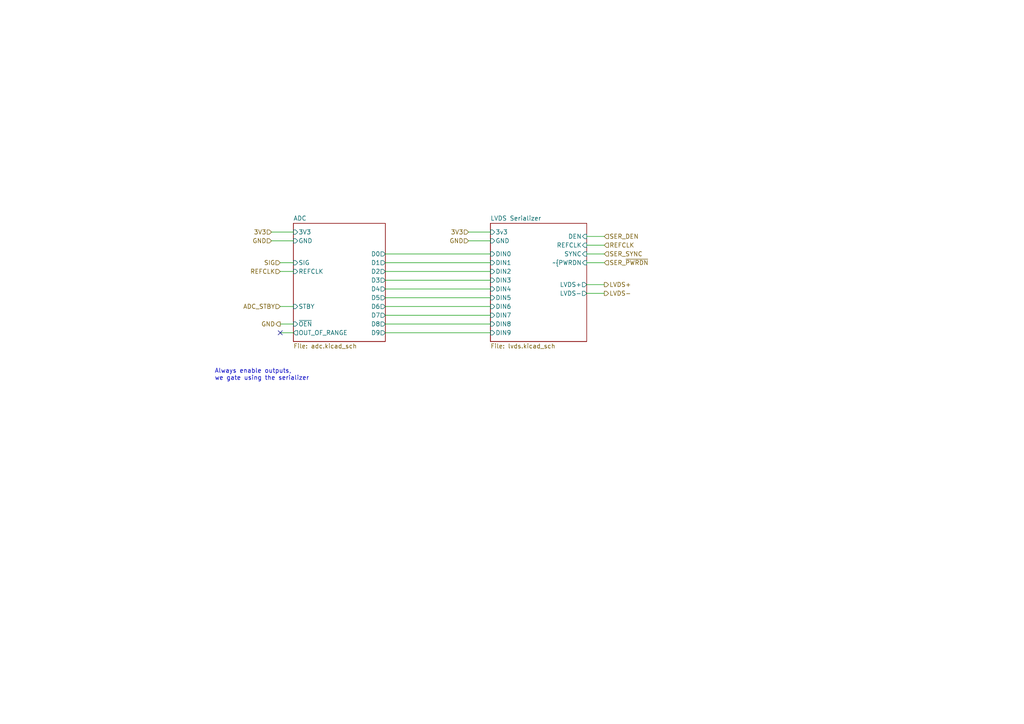
<source format=kicad_sch>
(kicad_sch (version 20211123) (generator eeschema)
  (paper "A4")
  (lib_symbols)
  (no_connect (at 81.28 96.52))
  (wire (pts (xy 81.28 88.9) (xy 85.09 88.9)))
  (wire (pts (xy 111.76 91.44) (xy 142.24 91.44)))
  (wire (pts (xy 170.18 82.55) (xy 175.26 82.55)))
  (wire (pts (xy 111.76 76.2) (xy 142.24 76.2)))
  (wire (pts (xy 81.28 76.2) (xy 85.09 76.2)))
  (wire (pts (xy 78.74 69.85) (xy 85.09 69.85)))
  (wire (pts (xy 170.18 76.2) (xy 175.26 76.2)))
  (wire (pts (xy 111.76 96.52) (xy 142.24 96.52)))
  (wire (pts (xy 135.89 69.85) (xy 142.24 69.85)))
  (wire (pts (xy 81.28 96.52) (xy 85.09 96.52)))
  (wire (pts (xy 170.18 85.09) (xy 175.26 85.09)))
  (wire (pts (xy 81.28 93.98) (xy 85.09 93.98)))
  (wire (pts (xy 135.89 67.31) (xy 142.24 67.31)))
  (wire (pts (xy 111.76 86.36) (xy 142.24 86.36)))
  (wire (pts (xy 111.76 78.74) (xy 142.24 78.74)))
  (wire (pts (xy 170.18 68.58) (xy 175.26 68.58)))
  (wire (pts (xy 78.74 67.31) (xy 85.09 67.31)))
  (wire (pts (xy 111.76 88.9) (xy 142.24 88.9)))
  (wire (pts (xy 170.18 71.12) (xy 175.26 71.12)))
  (wire (pts (xy 170.18 73.66) (xy 175.26 73.66)))
  (wire (pts (xy 111.76 83.82) (xy 142.24 83.82)))
  (wire (pts (xy 111.76 73.66) (xy 142.24 73.66)))
  (wire (pts (xy 111.76 81.28) (xy 142.24 81.28)))
  (wire (pts (xy 111.76 93.98) (xy 142.24 93.98)))
  (wire (pts (xy 81.28 78.74) (xy 85.09 78.74)))
  (text "Always enable outputs,\nwe gate using the serializer" (at 62.23 110.49 0) (effects (font (size 1.27 1.27)) (justify left bottom)))
  (hierarchical_label "LVDS+" (shape output) (at 175.26 82.55 0))
  (hierarchical_label "REFCLK" (shape input) (at 175.26 71.12 0))
  (hierarchical_label "ADC_STBY" (shape input) (at 81.28 88.9 180))
  (hierarchical_label "LVDS-" (shape output) (at 175.26 85.09 0))
  (hierarchical_label "SER_~{PWRDN}" (shape input) (at 175.26 76.2 0))
  (hierarchical_label "GND" (shape output) (at 81.28 93.98 180))
  (hierarchical_label "SIG" (shape input) (at 81.28 76.2 180))
  (hierarchical_label "REFCLK" (shape input) (at 81.28 78.74 180))
  (hierarchical_label "SER_DEN" (shape input) (at 175.26 68.58 0))
  (hierarchical_label "SER_SYNC" (shape input) (at 175.26 73.66 0))
  (hierarchical_label "3V3" (shape input) (at 135.89 67.31 180))
  (hierarchical_label "3V3" (shape input) (at 78.74 67.31 180))
  (hierarchical_label "GND" (shape input) (at 135.89 69.85 180))
  (hierarchical_label "GND" (shape input) (at 78.74 69.85 180))
  (sheet (at 85.09 64.77) (size 26.67 34.29) (stroke (width 0.1524))
    (property "Sheet name" "ADC" (at 85.09 64.0584 0) (effects (justify left bottom)))
    (property "Sheet file" "adc.kicad_sch" (at 85.09 99.6446 0) (effects (justify left top)))
    (pin "GND" input (at 85.09 69.85 180))
    (pin "D5" output (at 111.76 86.36 0))
    (pin "D3" output (at 111.76 81.28 0))
    (pin "D1" output (at 111.76 76.2 0))
    (pin "D2" output (at 111.76 78.74 0))
    (pin "D0" output (at 111.76 73.66 0))
    (pin "D4" output (at 111.76 83.82 0))
    (pin "D9" output (at 111.76 96.52 0))
    (pin "OUT_OF_RANGE" output (at 85.09 96.52 180))
    (pin "~{OEN}" input (at 85.09 93.98 180))
    (pin "D6" output (at 111.76 88.9 0))
    (pin "D8" output (at 111.76 93.98 0))
    (pin "D7" output (at 111.76 91.44 0))
    (pin "STBY" input (at 85.09 88.9 180))
    (pin "REFCLK" input (at 85.09 78.74 180))
    (pin "SIG" input (at 85.09 76.2 180))
    (pin "3V3" input (at 85.09 67.31 180))
  )
  (sheet (at 142.24 64.77) (size 27.94 34.29) (stroke (width 0.1524))
    (property "Sheet name" "LVDS Serializer" (at 142.24 64.0584 0) (effects (justify left bottom)))
    (property "Sheet file" "lvds.kicad_sch" (at 142.24 99.6446 0) (effects (justify left top)))
    (pin "3v3" input (at 142.24 67.31 180))
    (pin "GND" input (at 142.24 69.85 180))
    (pin "REFCLK" input (at 170.18 71.12 0))
    (pin "LVDS-" output (at 170.18 85.09 0))
    (pin "LVDS+" output (at 170.18 82.55 0))
    (pin "SYNC" input (at 170.18 73.66 0))
    (pin "~{PWRDN" input (at 170.18 76.2 0))
    (pin "DIN8" input (at 142.24 93.98 180))
    (pin "DIN9" input (at 142.24 96.52 180))
    (pin "DEN" input (at 170.18 68.58 0))
    (pin "DIN0" input (at 142.24 73.66 180))
    (pin "DIN1" input (at 142.24 76.2 180))
    (pin "DIN2" input (at 142.24 78.74 180))
    (pin "DIN3" input (at 142.24 81.28 180))
    (pin "DIN4" input (at 142.24 83.82 180))
    (pin "DIN5" input (at 142.24 86.36 180))
    (pin "DIN6" input (at 142.24 88.9 180))
    (pin "DIN7" input (at 142.24 91.44 180))
  )
)
</source>
